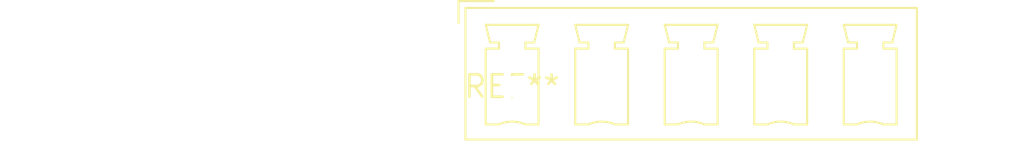
<source format=kicad_pcb>
(kicad_pcb (version 20240108) (generator pcbnew)
  (layers (0 "F.Cu" signal) (31 "B.Cu" signal) (34 "B.Paste" user) (35 "F.Paste" user) (36 "B.SilkS" user "B.Silkscreen") (37 "F.SilkS" user "F.Silkscreen") (38 "B.Mask" user) (39 "F.Mask" user) (44 "Edge.Cuts" user))
  (net 0 "")
  (footprint "PhoenixContact_MCV_1,5_5-G-5.08_1x05_P5.08mm_Vertical" (layer "F.Cu") (at 0 0)
    (property "Reference" "REF**")
    (property "Value" "PhoenixContact_MCV_1,5_5-G-5.08_1x05_P5.08mm_Vertical")
    (fp_line (start -3.04 -4.85) (end -1.04 -4.85) (layer "F.SilkS") (stroke (width 0.12)))
    (fp_line (start -3.04 -3.6) (end -3.04 -4.85) (layer "F.SilkS") (stroke (width 0.12)))
    (fp_line (start -2.65 -4.46) (end -2.65 3.01) (layer "F.SilkS") (stroke (width 0.12)))
    (fp_line (start -2.65 3.01) (end 22.97 3.01) (layer "F.SilkS") (stroke (width 0.12)))
    (fp_line (start -1.5 -3.5) (end 1.5 -3.5) (layer "F.SilkS") (stroke (width 0.12)))
    (fp_line (start -1.5 -2.15) (end -0.75 -2.15) (layer "F.SilkS") (stroke (width 0.12)))
    (fp_line (start -1.5 2.15) (end -1.5 -2.15) (layer "F.SilkS") (stroke (width 0.12)))
    (fp_line (start -1.25 -2.5) (end -1.5 -3.5) (layer "F.SilkS") (stroke (width 0.12)))
    (fp_line (start -0.75 -2.5) (end -1.25 -2.5) (layer "F.SilkS") (stroke (width 0.12)))
    (fp_line (start -0.75 -2.15) (end -0.75 -2.5) (layer "F.SilkS") (stroke (width 0.12)))
    (fp_line (start -0.75 2.15) (end -1.5 2.15) (layer "F.SilkS") (stroke (width 0.12)))
    (fp_line (start 0.75 -2.5) (end 0.75 -2.15) (layer "F.SilkS") (stroke (width 0.12)))
    (fp_line (start 0.75 -2.15) (end 1.5 -2.15) (layer "F.SilkS") (stroke (width 0.12)))
    (fp_line (start 1.25 -2.5) (end 0.75 -2.5) (layer "F.SilkS") (stroke (width 0.12)))
    (fp_line (start 1.5 -3.5) (end 1.25 -2.5) (layer "F.SilkS") (stroke (width 0.12)))
    (fp_line (start 1.5 -2.15) (end 1.5 2.15) (layer "F.SilkS") (stroke (width 0.12)))
    (fp_line (start 1.5 2.15) (end 0.75 2.15) (layer "F.SilkS") (stroke (width 0.12)))
    (fp_line (start 3.58 -3.5) (end 6.58 -3.5) (layer "F.SilkS") (stroke (width 0.12)))
    (fp_line (start 3.58 -2.15) (end 4.33 -2.15) (layer "F.SilkS") (stroke (width 0.12)))
    (fp_line (start 3.58 2.15) (end 3.58 -2.15) (layer "F.SilkS") (stroke (width 0.12)))
    (fp_line (start 3.83 -2.5) (end 3.58 -3.5) (layer "F.SilkS") (stroke (width 0.12)))
    (fp_line (start 4.33 -2.5) (end 3.83 -2.5) (layer "F.SilkS") (stroke (width 0.12)))
    (fp_line (start 4.33 -2.15) (end 4.33 -2.5) (layer "F.SilkS") (stroke (width 0.12)))
    (fp_line (start 4.33 2.15) (end 3.58 2.15) (layer "F.SilkS") (stroke (width 0.12)))
    (fp_line (start 5.83 -2.5) (end 5.83 -2.15) (layer "F.SilkS") (stroke (width 0.12)))
    (fp_line (start 5.83 -2.15) (end 6.58 -2.15) (layer "F.SilkS") (stroke (width 0.12)))
    (fp_line (start 6.33 -2.5) (end 5.83 -2.5) (layer "F.SilkS") (stroke (width 0.12)))
    (fp_line (start 6.58 -3.5) (end 6.33 -2.5) (layer "F.SilkS") (stroke (width 0.12)))
    (fp_line (start 6.58 -2.15) (end 6.58 2.15) (layer "F.SilkS") (stroke (width 0.12)))
    (fp_line (start 6.58 2.15) (end 5.83 2.15) (layer "F.SilkS") (stroke (width 0.12)))
    (fp_line (start 8.66 -3.5) (end 11.66 -3.5) (layer "F.SilkS") (stroke (width 0.12)))
    (fp_line (start 8.66 -2.15) (end 9.41 -2.15) (layer "F.SilkS") (stroke (width 0.12)))
    (fp_line (start 8.66 2.15) (end 8.66 -2.15) (layer "F.SilkS") (stroke (width 0.12)))
    (fp_line (start 8.91 -2.5) (end 8.66 -3.5) (layer "F.SilkS") (stroke (width 0.12)))
    (fp_line (start 9.41 -2.5) (end 8.91 -2.5) (layer "F.SilkS") (stroke (width 0.12)))
    (fp_line (start 9.41 -2.15) (end 9.41 -2.5) (layer "F.SilkS") (stroke (width 0.12)))
    (fp_line (start 9.41 2.15) (end 8.66 2.15) (layer "F.SilkS") (stroke (width 0.12)))
    (fp_line (start 10.91 -2.5) (end 10.91 -2.15) (layer "F.SilkS") (stroke (width 0.12)))
    (fp_line (start 10.91 -2.15) (end 11.66 -2.15) (layer "F.SilkS") (stroke (width 0.12)))
    (fp_line (start 11.41 -2.5) (end 10.91 -2.5) (layer "F.SilkS") (stroke (width 0.12)))
    (fp_line (start 11.66 -3.5) (end 11.41 -2.5) (layer "F.SilkS") (stroke (width 0.12)))
    (fp_line (start 11.66 -2.15) (end 11.66 2.15) (layer "F.SilkS") (stroke (width 0.12)))
    (fp_line (start 11.66 2.15) (end 10.91 2.15) (layer "F.SilkS") (stroke (width 0.12)))
    (fp_line (start 13.74 -3.5) (end 16.74 -3.5) (layer "F.SilkS") (stroke (width 0.12)))
    (fp_line (start 13.74 -2.15) (end 14.49 -2.15) (layer "F.SilkS") (stroke (width 0.12)))
    (fp_line (start 13.74 2.15) (end 13.74 -2.15) (layer "F.SilkS") (stroke (width 0.12)))
    (fp_line (start 13.99 -2.5) (end 13.74 -3.5) (layer "F.SilkS") (stroke (width 0.12)))
    (fp_line (start 14.49 -2.5) (end 13.99 -2.5) (layer "F.SilkS") (stroke (width 0.12)))
    (fp_line (start 14.49 -2.15) (end 14.49 -2.5) (layer "F.SilkS") (stroke (width 0.12)))
    (fp_line (start 14.49 2.15) (end 13.74 2.15) (layer "F.SilkS") (stroke (width 0.12)))
    (fp_line (start 15.99 -2.5) (end 15.99 -2.15) (layer "F.SilkS") (stroke (width 0.12)))
    (fp_line (start 15.99 -2.15) (end 16.74 -2.15) (layer "F.SilkS") (stroke (width 0.12)))
    (fp_line (start 16.49 -2.5) (end 15.99 -2.5) (layer "F.SilkS") (stroke (width 0.12)))
    (fp_line (start 16.74 -3.5) (end 16.49 -2.5) (layer "F.SilkS") (stroke (width 0.12)))
    (fp_line (start 16.74 -2.15) (end 16.74 2.15) (layer "F.SilkS") (stroke (width 0.12)))
    (fp_line (start 16.74 2.15) (end 15.99 2.15) (layer "F.SilkS") (stroke (width 0.12)))
    (fp_line (start 18.82 -3.5) (end 21.82 -3.5) (layer "F.SilkS") (stroke (width 0.12)))
    (fp_line (start 18.82 -2.15) (end 19.57 -2.15) (layer "F.SilkS") (stroke (width 0.12)))
    (fp_line (start 18.82 2.15) (end 18.82 -2.15) (layer "F.SilkS") (stroke (width 0.12)))
    (fp_line (start 19.07 -2.5) (end 18.82 -3.5) (layer "F.SilkS") (stroke (width 0.12)))
    (fp_line (start 19.57 -2.5) (end 19.07 -2.5) (layer "F.SilkS") (stroke (width 0.12)))
    (fp_line (start 19.57 -2.15) (end 19.57 -2.5) (layer "F.SilkS") (stroke (width 0.12)))
    (fp_line (start 19.57 2.15) (end 18.82 2.15) (layer "F.SilkS") (stroke (width 0.12)))
    (fp_line (start 21.07 -2.5) (end 21.07 -2.15) (layer "F.SilkS") (stroke (width 0.12)))
    (fp_line (start 21.07 -2.15) (end 21.82 -2.15) (layer "F.SilkS") (stroke (width 0.12)))
    (fp_line (start 21.57 -2.5) (end 21.07 -2.5) (layer "F.SilkS") (stroke (width 0.12)))
    (fp_line (start 21.82 -3.5) (end 21.57 -2.5) (layer "F.SilkS") (stroke (width 0.12)))
    (fp_line (start 21.82 -2.15) (end 21.82 2.15) (layer "F.SilkS") (stroke (width 0.12)))
    (fp_line (start 21.82 2.15) (end 21.07 2.15) (layer "F.SilkS") (stroke (width 0.12)))
    (fp_line (start 22.97 -4.46) (end -2.65 -4.46) (layer "F.SilkS") (stroke (width 0.12)))
    (fp_line (start 22.97 3.01) (end 22.97 -4.46) (layer "F.SilkS") (stroke (width 0.12)))
    (fp_arc (start -0.75 2.15) (mid -0.000193 1.99191) (end 0.749647 2.149844) (layer "F.SilkS") (stroke (width 0.12)))
    (fp_arc (start 4.33 2.15) (mid 5.079807 1.99191) (end 5.829647 2.149844) (layer "F.SilkS") (stroke (width 0.12)))
    (fp_arc (start 9.41 2.15) (mid 10.159807 1.99191) (end 10.909647 2.149844) (layer "F.SilkS") (stroke (width 0.12)))
    (fp_arc (start 14.49 2.15) (mid 15.239807 1.99191) (end 15.989647 2.149844) (layer "F.SilkS") (stroke (width 0.12)))
    (fp_arc (start 19.57 2.15) (mid 20.319807 1.99191) (end 21.069647 2.149844) (layer "F.SilkS") (stroke (width 0.12)))
    (pad "1" thru_hole roundrect (at 0 0) (size 1.8 3.6) (drill 1.2) (layers *.Cu *.Mask) (remove_unused_layers) (roundrect_rratio 0.138889))
    (pad "2" thru_hole oval (at 5.08 0) (size 1.8 3.6) (drill 1.2) (layers *.Cu *.Mask) (remove_unused_layers))
    (pad "3" thru_hole oval (at 10.16 0) (size 1.8 3.6) (drill 1.2) (layers *.Cu *.Mask) (remove_unused_layers))
    (pad "4" thru_hole oval (at 15.24 0) (size 1.8 3.6) (drill 1.2) (layers *.Cu *.Mask) (remove_unused_layers))
    (pad "5" thru_hole oval (at 20.32 0) (size 1.8 3.6) (drill 1.2) (layers *.Cu *.Mask) (remove_unused_layers))
  )
)
</source>
